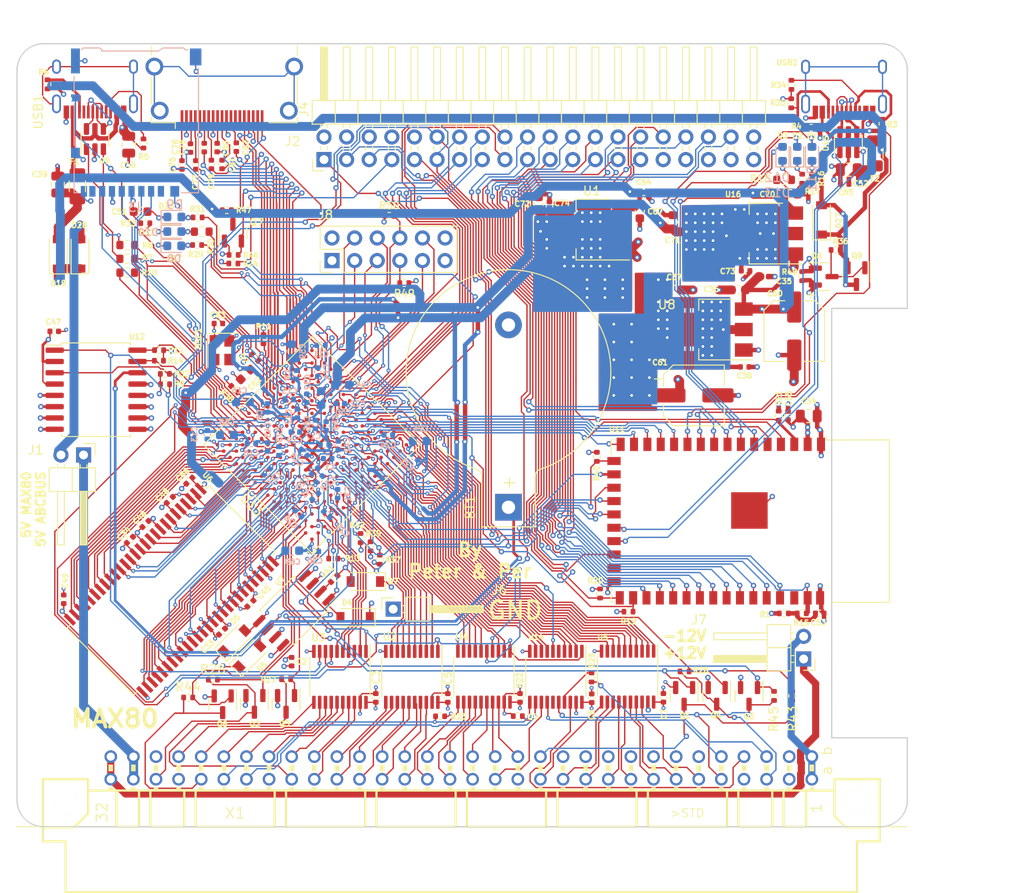
<source format=kicad_pcb>
(kicad_pcb (version 20221018) (generator pcbnew)

  (general
    (thickness 1.6)
  )

  (paper "A4")
  (title_block
    (title "MAX80")
    (date "2022-03-21")
    (rev "1.01")
    (company "No name")
  )

  (layers
    (0 "F.Cu" signal)
    (1 "In1.Cu" power)
    (2 "In2.Cu" signal)
    (31 "B.Cu" signal)
    (32 "B.Adhes" user "B.Adhesive")
    (33 "F.Adhes" user "F.Adhesive")
    (34 "B.Paste" user)
    (35 "F.Paste" user)
    (36 "B.SilkS" user "B.Silkscreen")
    (37 "F.SilkS" user "F.Silkscreen")
    (38 "B.Mask" user)
    (39 "F.Mask" user)
    (40 "Dwgs.User" user "User.Drawings")
    (41 "Cmts.User" user "User.Comments")
    (42 "Eco1.User" user "User.Eco1")
    (43 "Eco2.User" user "User.Eco2")
    (44 "Edge.Cuts" user)
    (45 "Margin" user)
    (46 "B.CrtYd" user "B.Courtyard")
    (47 "F.CrtYd" user "F.Courtyard")
    (48 "B.Fab" user)
    (49 "F.Fab" user)
  )

  (setup
    (stackup
      (layer "F.SilkS" (type "Top Silk Screen"))
      (layer "F.Paste" (type "Top Solder Paste"))
      (layer "F.Mask" (type "Top Solder Mask") (thickness 0.01))
      (layer "F.Cu" (type "copper") (thickness 0.035))
      (layer "dielectric 1" (type "core") (thickness 0.48) (material "FR4") (epsilon_r 4.5) (loss_tangent 0.02))
      (layer "In1.Cu" (type "copper") (thickness 0.035))
      (layer "dielectric 2" (type "prepreg") (thickness 0.48) (material "FR4") (epsilon_r 4.5) (loss_tangent 0.02))
      (layer "In2.Cu" (type "copper") (thickness 0.035))
      (layer "dielectric 3" (type "core") (thickness 0.48) (material "FR4") (epsilon_r 4.5) (loss_tangent 0.02))
      (layer "B.Cu" (type "copper") (thickness 0.035))
      (layer "B.Mask" (type "Bottom Solder Mask") (thickness 0.01))
      (layer "B.Paste" (type "Bottom Solder Paste"))
      (layer "B.SilkS" (type "Bottom Silk Screen"))
      (copper_finish "None")
      (dielectric_constraints no)
    )
    (pad_to_mask_clearance 0)
    (grid_origin 132.45 85.75)
    (pcbplotparams
      (layerselection 0x00010fc_ffffffff)
      (plot_on_all_layers_selection 0x0000000_00000000)
      (disableapertmacros false)
      (usegerberextensions false)
      (usegerberattributes true)
      (usegerberadvancedattributes true)
      (creategerberjobfile true)
      (dashed_line_dash_ratio 12.000000)
      (dashed_line_gap_ratio 3.000000)
      (svgprecision 6)
      (plotframeref false)
      (viasonmask false)
      (mode 1)
      (useauxorigin false)
      (hpglpennumber 1)
      (hpglpenspeed 20)
      (hpglpendiameter 15.000000)
      (dxfpolygonmode true)
      (dxfimperialunits true)
      (dxfusepcbnewfont true)
      (psnegative false)
      (psa4output false)
      (plotreference true)
      (plotvalue true)
      (plotinvisibletext false)
      (sketchpadsonfab false)
      (subtractmaskfromsilk false)
      (outputformat 1)
      (mirror false)
      (drillshape 0)
      (scaleselection 1)
      (outputdirectory "max80_gerber101")
    )
  )

  (net 0 "")
  (net 1 "GND")
  (net 2 "+5V")
  (net 3 "Net-(R5-Pad2)")
  (net 4 "Net-(R6-Pad2)")
  (net 5 "Net-(U9-Pad4)")
  (net 6 "Net-(U9-Pad6)")
  (net 7 "unconnected-(J2-Pad13)")
  (net 8 "Net-(BT1-Pad1)")
  (net 9 "/A4")
  (net 10 "/A3")
  (net 11 "/A2")
  (net 12 "/A1")
  (net 13 "/A0")
  (net 14 "/IO0")
  (net 15 "/IO3")
  (net 16 "/IO4")
  (net 17 "/IO5")
  (net 18 "/IO6")
  (net 19 "/IO7")
  (net 20 "/A11")
  (net 21 "/IO9")
  (net 22 "/A8")
  (net 23 "/A7")
  (net 24 "/A6")
  (net 25 "/A5")
  (net 26 "/A9")
  (net 27 "/A10")
  (net 28 "/A12")
  (net 29 "/IO8")
  (net 30 "/IO10")
  (net 31 "/IO11")
  (net 32 "/IO12")
  (net 33 "/IO13")
  (net 34 "/IO14")
  (net 35 "/IO15")
  (net 36 "/abc80bus/D7")
  (net 37 "/abc80bus/D6")
  (net 38 "/abc80bus/D5")
  (net 39 "/abc80bus/D4")
  (net 40 "/abc80bus/D3")
  (net 41 "/abc80bus/D2")
  (net 42 "/abc80bus/D1")
  (net 43 "/abc80bus/D0")
  (net 44 "/abc80bus/A8")
  (net 45 "/abc80bus/A9")
  (net 46 "/abc80bus/A10")
  (net 47 "/abc80bus/A11")
  (net 48 "/abc80bus/A12")
  (net 49 "/abc80bus/A13")
  (net 50 "/abc80bus/A14")
  (net 51 "/abc80bus/A15")
  (net 52 "/abc80bus/A7")
  (net 53 "/abc80bus/A6")
  (net 54 "/abc80bus/A5")
  (net 55 "/abc80bus/A4")
  (net 56 "/abc80bus/A3")
  (net 57 "/abc80bus/A2")
  (net 58 "/abc80bus/A1")
  (net 59 "/abc80bus/A0")
  (net 60 "/IO1")
  (net 61 "/IO2")
  (net 62 "/32KHZ")
  (net 63 "/RTC_INT")
  (net 64 "/abc80bus/ABC5V")
  (net 65 "/SD_DAT3")
  (net 66 "/SD_CMD")
  (net 67 "/SD_CLK")
  (net 68 "/SD_DAT0")
  (net 69 "FPGA_TDI")
  (net 70 "FPGA_TMS")
  (net 71 "FPGA_TDO")
  (net 72 "FPGA_TCK")
  (net 73 "ABC_CLK_5")
  (net 74 "/FPGA_SCL")
  (net 75 "/FPGA_SDA")
  (net 76 "FPGA_SPI_CLK")
  (net 77 "FGPA_SPI_CS_ESP32")
  (net 78 "INT_ESP32")
  (net 79 "Net-(C53-Pad1)")
  (net 80 "ESP32_TDO")
  (net 81 "ESP32_TCK")
  (net 82 "ESP32_TMS")
  (net 83 "ESP32_IO0")
  (net 84 "ESP32_RXD")
  (net 85 "ESP32_TXD")
  (net 86 "ESP32_EN")
  (net 87 "Net-(R3-Pad2)")
  (net 88 "/ESP32/USB_D-")
  (net 89 "/ESP32/USB_D+")
  (net 90 "ESP32_TDI")
  (net 91 "Net-(U15-Pad6)")
  (net 92 "Net-(U15-Pad4)")
  (net 93 "unconnected-(J2-Pad14)")
  (net 94 "Net-(D1-Pad2)")
  (net 95 "Net-(D1-Pad1)")
  (net 96 "ESP32_SCL")
  (net 97 "ESP32_SDA")
  (net 98 "ESP32_CS2")
  (net 99 "ESP32_CS0")
  (net 100 "ESP32_MISO")
  (net 101 "ESP32_SCK")
  (net 102 "ESP32_MOSI")
  (net 103 "ESP32_CS1")
  (net 104 "/abc80bus/~{CS}")
  (net 105 "/abc80bus/~{C4}")
  (net 106 "/abc80bus/~{C3}")
  (net 107 "/abc80bus/~{C2}")
  (net 108 "/abc80bus/~{C1}")
  (net 109 "/abc80bus/~{OUT}")
  (net 110 "/abc80bus/~{RST}")
  (net 111 "/abc80bus/~{XMEMFL}")
  (net 112 "/abc80bus/~{INP}")
  (net 113 "/abc80bus/~{STATUS}")
  (net 114 "/abc80bus/~{XINPSTB}")
  (net 115 "/abc80bus/~{XOUTSTB}")
  (net 116 "AD0")
  (net 117 "AD1")
  (net 118 "AD2")
  (net 119 "AD3")
  (net 120 "AD4")
  (net 121 "AD5")
  (net 122 "AD6")
  (net 123 "AD7")
  (net 124 "/abc80bus/~{RESIN}")
  (net 125 "/FPGA_LED1")
  (net 126 "/FPGA_LED2")
  (net 127 "/FPGA_LED3")
  (net 128 "Net-(D17-Pad2)")
  (net 129 "Net-(D23-Pad2)")
  (net 130 "FPGA_GPIO3")
  (net 131 "FPGA_GPIO2")
  (net 132 "FPGA_GPIO1")
  (net 133 "FPGA_GPIO0")
  (net 134 "FPGA_GPIO5")
  (net 135 "FPGA_GPIO4")
  (net 136 "/abc80bus/READY")
  (net 137 "/abc80bus/~{NMI}")
  (net 138 "~{FPGA_READY}")
  (net 139 "FPGA_NMI")
  (net 140 "FPGA_RESIN")
  (net 141 "/DQMH")
  (net 142 "/CLK")
  (net 143 "/BA1")
  (net 144 "/BA0")
  (net 145 "/DQML")
  (net 146 "Net-(D28-Pad2)")
  (net 147 "Net-(F1-Pad2)")
  (net 148 "/WE#")
  (net 149 "/CAS#")
  (net 150 "/RAS#")
  (net 151 "/CS#")
  (net 152 "+3V3")
  (net 153 "+2V5")
  (net 154 "+1V2")
  (net 155 "Net-(R13-Pad1)")
  (net 156 "Net-(R37-Pad2)")
  (net 157 "Net-(R38-Pad2)")
  (net 158 "Net-(R41-Pad2)")
  (net 159 "DATA0")
  (net 160 "~{CS_ABC_3V3}")
  (net 161 "~{OUT_ABC_3V3}")
  (net 162 "AD8")
  (net 163 "~{C1_ABC_3V3}")
  (net 164 "AD9")
  (net 165 "~{C2_ABC_3V3}")
  (net 166 "AD10")
  (net 167 "~{C3_ABC_3V3}")
  (net 168 "~{C4_ABC_3V3}")
  (net 169 "AD11")
  (net 170 "AD12")
  (net 171 "AD13")
  (net 172 "AD14")
  (net 173 "AD15")
  (net 174 "DLCK")
  (net 175 "ASD0")
  (net 176 "nCE0")
  (net 177 "~{INP_ABC_3V3}")
  (net 178 "~{STATUS_ABC_3V3}")
  (net 179 "DD0")
  (net 180 "DD1")
  (net 181 "DD2")
  (net 182 "DD3")
  (net 183 "DD4")
  (net 184 "DD5")
  (net 185 "DD6")
  (net 186 "DD7")
  (net 187 "DD8")
  (net 188 "~{XOUTSTB_ABC_3V3}")
  (net 189 "~{RST_ABC_3V3}")
  (net 190 "~{XMEMFL_ABC_3V3}")
  (net 191 "~{XINPSTB_ABC_3V3}")
  (net 192 "ABC_CLK_3V3")
  (net 193 "FPGA_SPI_MOSI")
  (net 194 "FPGA_SPI_MISO")
  (net 195 "CLK0n")
  (net 196 "HDMI_CK-")
  (net 197 "HDMI_D0+")
  (net 198 "HDMI_D1-")
  (net 199 "HDMI_D2+")
  (net 200 "HDMI_CK+")
  (net 201 "HDMI_D0-")
  (net 202 "HDMI_D1+")
  (net 203 "HDMI_D2-")
  (net 204 "HDMI_SDA")
  (net 205 "HDMI_HPD")
  (net 206 "HDMI_SCL")
  (net 207 "FPGA_JTAGEN")
  (net 208 "FLASH_CS#")
  (net 209 "/abc80bus/~{INT}")
  (net 210 "/abc80bus/~{XMEMW800}")
  (net 211 "/abc80bus/~{XMEMW80}")
  (net 212 "INT_ABC_3V3")
  (net 213 "INT800_ABC_3V3")
  (net 214 "~{XMEMW80_ABC_3V3}")
  (net 215 "~{XMEMW800_ABC_3V3}")
  (net 216 "/abc80bus/~{XM}")
  (net 217 "XM_ABC_3V3")
  (net 218 "Net-(R25-Pad2)")
  (net 219 "AD16")
  (net 220 "/abc80bus/ABC_-12V")
  (net 221 "/abc80bus/ABC_12V")
  (net 222 "Net-(C75-Pad1)")
  (net 223 "Net-(C76-Pad1)")
  (net 224 "Net-(C77-Pad1)")
  (net 225 "Net-(C78-Pad1)")
  (net 226 "Net-(C79-Pad1)")
  (net 227 "Net-(C80-Pad1)")
  (net 228 "Net-(C81-Pad1)")
  (net 229 "Net-(C82-Pad1)")
  (net 230 "EXT_HG")
  (net 231 "EXT_HB")
  (net 232 "EXT_HE")
  (net 233 "EXT_HC")
  (net 234 "EXT_HA")
  (net 235 "EXT_HF")
  (net 236 "EXT_HH")
  (net 237 "EXT_HD")
  (net 238 "unconnected-(J2-PadSH)")
  (net 239 "unconnected-(J3-Pad1)")
  (net 240 "unconnected-(J3-Pad8)")
  (net 241 "unconnected-(J4-Pad6)")
  (net 242 "unconnected-(J4-Pad8)")
  (net 243 "unconnected-(J4-Pad40)")
  (net 244 "unconnected-(U6-Pad40)")
  (net 245 "unconnected-(U11-Pad40)")
  (net 246 "unconnected-(U13-PadC3)")
  (net 247 "unconnected-(U13-PadF13)")
  (net 248 "unconnected-(U13-PadJ12)")
  (net 249 "unconnected-(U13-PadJ13)")
  (net 250 "unconnected-(U13-PadJ14)")
  (net 251 "unconnected-(U13-PadK6)")
  (net 252 "unconnected-(U13-PadK9)")
  (net 253 "unconnected-(U13-PadK12)")
  (net 254 "unconnected-(U13-PadL6)")
  (net 255 "unconnected-(U13-PadL9)")
  (net 256 "unconnected-(U13-PadL11)")
  (net 257 "unconnected-(U13-PadL14)")
  (net 258 "unconnected-(U13-PadN14)")
  (net 259 "unconnected-(U13-PadP11)")
  (net 260 "unconnected-(U13-PadP15)")
  (net 261 "unconnected-(U14-Pad5)")
  (net 262 "unconnected-(U14-Pad15)")
  (net 263 "unconnected-(USB1-Pad3)")
  (net 264 "unconnected-(USB1-Pad9)")
  (net 265 "unconnected-(USB1-Pad13)")
  (net 266 "unconnected-(USB2-Pad3)")
  (net 267 "unconnected-(USB2-Pad9)")
  (net 268 "unconnected-(USB2-Pad13)")
  (net 269 "unconnected-(X1-PadA14)")
  (net 270 "unconnected-(X1-PadA25)")
  (net 271 "unconnected-(X1-PadA29)")
  (net 272 "unconnected-(X1-PadB6)")
  (net 273 "unconnected-(X1-PadB7)")
  (net 274 "unconnected-(X1-PadB8)")
  (net 275 "Net-(J2-Pad19)")
  (net 276 "unconnected-(X1-PadB9)")
  (net 277 "unconnected-(X1-PadB10)")
  (net 278 "/~{SD_DETECT}")
  (net 279 "unconnected-(X1-PadB11)")
  (net 280 "unconnected-(X1-PadB12)")
  (net 281 "unconnected-(X1-PadB30)")
  (net 282 "Net-(R7-Pad2)")
  (net 283 "/FPGA_USB_DS_DP")
  (net 284 "Net-(R8-Pad2)")
  (net 285 "/FPGA_USB_DS_DN")
  (net 286 "/FPGA_USB_PU")
  (net 287 "Net-(D27-Pad2)")
  (net 288 "Net-(Q8-Pad3)")
  (net 289 "USB_PWR_EN")
  (net 290 "~{USB_PWR_SINK}")
  (net 291 "Net-(R35-Pad2)")
  (net 292 "+5VA")
  (net 293 "Net-(D13-Pad2)")
  (net 294 "Net-(D13-Pad1)")
  (net 295 "Net-(D12-Pad2)")
  (net 296 "Net-(D12-Pad1)")
  (net 297 "Net-(D10-Pad2)")
  (net 298 "Net-(C39-Pad1)")
  (net 299 "unconnected-(U11-Pad25)")

  (footprint "Capacitor_SMD:C_0402_1005Metric" (layer "F.Cu") (at 110.22 102.91 90))

  (footprint "Capacitor_SMD:C_0402_1005Metric" (layer "F.Cu") (at 109.15 72.8))

  (footprint "Resistor_SMD:R_0402_1005Metric" (layer "F.Cu") (at 161.22 116.04 180))

  (footprint "Resistor_SMD:R_0402_1005Metric" (layer "F.Cu") (at 152.49 116.06))

  (footprint "max80:ESP32-S2-WROVER" (layer "F.Cu") (at 183.4961 94.1236 -90))

  (footprint "Capacitor_SMD:CP_Elec_6.3x7.7" (layer "F.Cu") (at 192.27 72.77 -90))

  (footprint "Capacitor_SMD:CP_Elec_6.3x7.7" (layer "F.Cu") (at 181 80))

  (footprint "LED_SMD:LED_0603_1608Metric" (layer "F.Cu") (at 122.64 63.1948))

  (footprint "LED_SMD:LED_0603_1608Metric" (layer "F.Cu") (at 122.64 61.58))

  (footprint "LED_SMD:LED_0603_1608Metric" (layer "F.Cu") (at 122.64 59.9436))

  (footprint "Resistor_SMD:R_0402_1005Metric" (layer "F.Cu") (at 125.2 63.1))

  (footprint "Resistor_SMD:R_0603_1608Metric" (layer "F.Cu") (at 125.719 61.6))

  (footprint "Resistor_SMD:R_0402_1005Metric" (layer "F.Cu") (at 125.25 60))

  (footprint "Package_TO_SOT_SMD:SOT-23" (layer "F.Cu") (at 183.5548 113.77 -90))

  (footprint "Resistor_SMD:R_0402_1005Metric" (layer "F.Cu") (at 120.93 74.92))

  (footprint "Resistor_SMD:R_0402_1005Metric" (layer "F.Cu") (at 120.91 76.1 180))

  (footprint "Capacitor_SMD:C_0603_1608Metric" (layer "F.Cu") (at 118.85 59.35))

  (footprint "Package_TO_SOT_SMD:SOT-23" (layer "F.Cu") (at 131.633 114.667 -90))

  (footprint "Package_TO_SOT_SMD:SOT-23" (layer "F.Cu") (at 135.189 114.667 -90))

  (footprint "max80:Fuse_1206_3216Metric" (layer "F.Cu") (at 111.75 56.5 90))

  (footprint "max80:Fuse_1206_3216Metric" (layer "F.Cu") (at 201.335 52.805 90))

  (footprint "Oscillator:Oscillator_SMD_Abracon_ASE-4Pin_3.2x2.5mm" (layer "F.Cu") (at 127.98 74.92 -90))

  (footprint "max80:HRO-TYPE-C-31-M-12" (layer "F.Cu") (at 197.8611 40.4736 180))

  (footprint "Capacitor_SMD:C_0805_2012Metric" (layer "F.Cu") (at 193.8961 82.3236))

  (footprint "Resistor_SMD:R_0402_1005Metric" (layer "F.Cu") (at 194.1711 49.9186 180))

  (footprint "Resistor_SMD:R_0402_1005Metric" (layer "F.Cu") (at 193.1111 104.4936))

  (footprint "Capacitor_SMD:C_0805_2012Metric" (layer "F.Cu") (at 198.395 54.635 180))

  (footprint "Capacitor_SMD:C_0402_1005Metric" (layer "F.Cu") (at 191.5711 82.2636 90))

  (footprint "Resistor_SMD:R_0402_1005Metric" (layer "F.Cu") (at 202.1811 49.4736 90))

  (footprint "Resistor_SMD:R_0402_1005Metric" (layer "F.Cu") (at 119.175 51.69 90))

  (footprint "Resistor_SMD:R_0402_1005Metric" (layer "F.Cu") (at 108.3911 45.0436 90))

  (footprint "Package_TO_SOT_SMD:SOT-23-6" (layer "F.Cu") (at 198.345 51.54 90))

  (footprint "Capacitor_SMD:C_0805_2012Metric" (layer "F.Cu") (at 109.55 56.3 90))

  (footprint "Capacitor_SMD:C_0805_2012Metric" (layer "F.Cu") (at 117.5111 51.8236 90))

  (footprint "Package_TO_SOT_SMD:SOT-23-6" (layer "F.Cu") (at 113.7211 51.1936 90))

  (footprint "Capacitor_SMD:C_0402_1005Metric" (layer "F.Cu") (at 195.1311 104.4836))

  (footprint "LED_SMD:LED_0603_1608Metric" (layer "F.Cu") (at 190.95 52.85 90))

  (footprint "Resistor_SMD:R_0402_1005Metric" (layer "F.Cu") (at 193.156 55.65 -90))

  (footprint "Resistor_SMD:R_0603_1608Metric" (layer "F.Cu") (at 191.124 55.778 180))

  (footprint "Resistor_SMD:R_0402_1005Metric" (layer "F.Cu") (at 173.65 104.3))

  (footprint "Resistor_SMD:R_0402_1005Metric" (layer "F.Cu") (at 170.46 102.26 -90))

  (footprint "Resistor_SMD:R_0402_1005Metric" (layer "F.Cu") (at 194.25 55.65 -90))

  (footprint "Resistor_SMD:R_0402_1005Metric" (layer "F.Cu") (at 190.5211 82.2736 -90))

  (footprint "Diode_SMD:D_SOD-123" (layer "F.Cu") (at 109.6 64.1 90))

  (footprint "Diode_SMD:D_SOD-123" (layer "F.Cu") (at 195.325 60.275 90))

  (footprint "Connector_PinHeader_2.54mm:PinHeader_1x02_P2.54mm_Horizontal" (layer "F.Cu")
    (tstamp 00000000-0000-0000-0000-00006032d4aa)
    (at 112.445 86.695 -90)
    (descr "Through hole angled pin header, 1x02, 2.54mm pitch, 6mm pin length, single row")
    (tags "Through hole angled pin header THT 1x02 2.54mm single row")
    (property "Sheetfile" "abc80bus.kicad_sch")
    (property "Sheetname" "abc80bus")
    (path "/00000000-0000-0000-0000-00006013b380/00000000-0000-0000-0000-0000603fb6a3")
    (attr through_hole)
    (fp_text reference "J1" (at -0.573 5.365 180) (layer "F.SilkS")
        (effects (font (size 1 1) (thickness 0.15)))
      (tstamp 4ec161eb-ee2e-4a00-86be-e45d4416db9d)
    )
    (fp_text value "Conn_01x02_Male" (at 4.385 4.81 90) (layer "F.Fab")
        (effects (font (size 1 1) (thickness 0.15)))
      (tstamp e3e053b2-e8ba-485a-b0cb-f8d8bd85f7c2)
    )
    (fp_text user "${REFERENCE}" (at 2.77 1.27) (layer "F.Fab")
        (effects (font (size 1 1) (thickness 0.15)))
      (tstamp 3fe8fb23-de15-4bbf-977a-51555d1947fe)
    )
    (fp_line (start -1.27 -1.27) (end 0 -1.27)
      (stroke (width 0.12) (type solid)) (layer "F.SilkS") (tstamp 3d0ecf73-51ba-450a-963f-14d91e61e79d))
    (fp_line (start -1.27 0) (end -1.27 -1.27)
      (stroke (width 0.12) (type solid)) (layer "F.SilkS") (tstamp ab102b24-3ea4-4f0e-bc57-d91b32a56cfc))
    (fp_line (start 1.042929 2.16) (end 1.44 2.16)
      (stroke (width 0.12) (type solid)) (layer "F.SilkS") (tstamp ee809bf8-96dd-4fb7-a693-892e7587c616))
    (fp_line (start 1.042929 2.92) (end 1.44 2.92)
      (stroke (width 0.12) (type solid)) (layer "F.SilkS") (tstamp e2b8a789-7261-40dc-8f1e-4fefc45aa8ae))
    (fp_line (start 1.11 -0.38) (end 1.44 -0.38)
      (stroke (width 0.12) (type solid)) (layer "F.SilkS") (tstamp c2de5afb-5a9b-4450-95ab-d649e7e493da))
    (fp_line (start 1.11 0.38) (end 1.44 0.38)
      (stroke (width 0.12) (type solid)) (layer "F.SilkS") (tstamp 17636213-5287-4fbc-89e0-741da3da11d6))
    (fp_line (start 1.44 -1.33) (end 1.44 3.87)
      (stroke (width 0.12) (type solid)) (layer "F.SilkS") (tstamp ff7ba6e1-b7ab-479e-aad5-4555062856a7))
    (fp_line (start 1.44 1.27) (end 4.1 1.27)
      (stroke (width 0.12) (type solid)) (layer "F.SilkS") (tstamp c7768f67-1b92-4459-9dad-8a9f4fbb5bcb))
    (fp_line (start 1.44 3.87) (end 4.1 3.87)
      (stroke (width 0.12) (type solid)) (layer "F.SilkS") (tstamp 644070b6-5573-4690-858e-304c0bc7e41a))
    (fp_line (start 4.1 -1.33) (end 1.44 -1.33)
      (stroke (width 0.12) (type solid)) (layer "F.SilkS") (tstamp 02e91db3-f8f6-4103-b05b-487634fb8ab4))
    (fp_line (start 4.1 -0.38) (end 10.1 -0.38)
      (stroke (width 0.12) (type solid)) (layer "F.SilkS") (tstamp 81d831f8-d99d-45a4-88d3-e0e0c7ed1384))
    (fp_line (start 4.1 -0.32) (end 10.1 -0.32)
      (stroke (width 0.12) (type solid)) (layer "F.SilkS") (tstamp b62fa410-049b-469a-88c6-db50bdeef84e))
    (fp_line (start 4.1 -0.2) (end 10.1 -0.2)
      (stroke (width 0.12) (type solid)) (layer "F.SilkS") (tstamp 893abb9d-32bd-4f7b-9c40-c8bc545f9c2e))
    (fp_line (start 4.1 -0.08) (end 10.1 -0.08)
      (stroke (width 0.12) (type solid)) (layer "F.SilkS") (tstamp c89d60d8-be24-4531-bd8e-f0c92cdb21b5))
    (fp_line (start 4.1 0.04) (end 10.1 0.04)
      (stroke (width 0.12) (type solid)) (layer "F.SilkS") (tstamp 15d30172-7b84-4c0f-853a-42d9a4292a46))
    (fp_line (start 4.1 0.16) (end 10.1 0.16)
      (stroke (width 0.12) (type solid)) (layer "F.SilkS") (tstamp 98db2e46-e437-4c45-8968-c8978e09a960))
    (fp_line (start 4.1 0.28) (end 10.1 0.28)
      (stroke (width 0.12) (type solid)) (layer "F.SilkS") (tstamp c0874fbc-bb5a-4205-bc96-0266b0bb7d2c))
    (fp_line (start 4.1 2.16) (end 10.1 2.16)
      (stroke (width 0.12) (type solid)) (layer "F.SilkS") (tstamp bce8f7ea-3e51-4508-8937-5919730fabc9))
    (fp_line (start 4.1 3.87) (end 4.1 -1.33)
      (stroke (width 0.12) (type solid)) (layer "F.SilkS") (tstamp 0b040693-aa14-483a-bc96-662cee159fd6))
    (fp_line (start 10.1 -0.38) (end 10.1 0.38)
      (stroke (width 0.12) (type solid)) (layer "F.SilkS") (tstamp 8e610807-1077-4f01-9e99-330baa4374e3))
    (fp_line (start 10.1 0.38) (end 4.1 0.38)
      (stroke (width 0.12) (type solid)) (layer "F.SilkS") (tstamp dd393cbc-8e5f-48c8-a0df-944c1d88a113))
    (fp_line (start 10.1 2.16) (end 10.1 2.92)
      (stroke (width 0.12) (type solid)) (layer "F.SilkS") (tstamp 692e3803-a910-4a13-8d1b-59d4b95f907a))
    (fp_line (start 10.1 2.92) (end 4.1 2.92)
      (stroke (width 0.12) (type solid)) (layer "F.SilkS") (tstamp 0acad09a-acd7-4d7c-ac43-aca4655f0157))
    (fp_line (start -1.8 -1.8) (end -1.8 4.35)
      (stroke (width 0.05) (type solid)) (layer "F.CrtYd") (tstamp 34b12fe5-d4ab-4493-ae64-2afaaedb1791))
    (fp_line (start -1.8 4.35) (end 10.55 4.35)
      (stroke (width 0.05) (type solid)) (layer "F.CrtYd") (tstamp 0f1611c0-bf39-4639-a3be-0a1960b2bde1))
    (fp_line (start 10.55 -1.8) (end -1.8 -1.8)
      (stroke (width 0.05) (type solid)) (layer "F.CrtYd") (tstamp 4736c7a3-7b5f-4f39-bb52-03d571b7356b))
    (fp_line (start 10.55 4.35) (end 10.55 -1.8)
      (stroke (width 0.05) (type solid)) (layer "F.CrtYd") (tstamp fd04f022-ed2c-4195-8d27-d6450852ea54))
    (fp_line (start -0.32 -0.32) (end -0.32 0.32)
      (stroke (width 0.1) (type solid)) (layer "F.Fab") (tstamp de4a9b15-34c3-4e58-8cec-070ce361621a))
    (fp_line (start -0.32 -0.32) (end 1.5 -0.32)
      (stroke (width 0.1) (type solid)) (layer "F.Fab") (tstamp a6d02439-77ec-4d92-9416-6d07022c9069))
    (fp_line (start -0.32 0.32) (end 1.5 0.32)
      (stroke (width 0.1) (type solid)) (layer "F.Fab") (tstamp de146029-219a-4954-9a0a-cf5a3778dd76))
    (fp_line (start -0.32 2.22) (end -0.32 2.86)
      (stroke (width 0.1) (type solid)) (layer "F.Fab") (tstamp b3229803-7f43-4013-b3a2-76c8f8b158bd))
    (fp_line (start -0.32 2.22) (end 1.5 2.22)
      (stroke (width 0.1) (type solid)) (layer "F.Fab") (tstamp 3d6a4660-3cf3-4c8f-a193-ae50fde02fbf))
    (fp_line (start -0.32 2.86) (end 1.5 2.86)
      (stroke (width 0.1) (type solid)) (layer "F.Fab") (tstamp 03276c88-5fe8-4350-ae7f-5ecc5318249d))
    (fp_line (start 1.5 -0.635) (end 2.135 -1.27)
      (stroke (width 0.1) (type solid)) (layer "F.Fab") (tstamp b7220460-d1c7-46ae-a578-b9b3da82df7a))
    (fp_line (start 1.5 3.81) (end 1.5 -0.635)
      (stroke (width 0.1) (type solid)) (layer "F.Fab") (tstamp b54f11d2-57e0-4e3b-a8c4-c06dbd96a407))
    (fp_line (start 2.135 -1.27) (end 4.04 -1.27)
      (stroke (width 0.1) (type solid)) (layer "F.Fab") (tstamp 2c98221d-999a-46f6-a4a5-c016a71fdc6c))
    (fp_line (start 4.04 -1.27) (end 4.04 3.81)
      (stroke (width 0.1) (type solid)) (layer "F.Fab") (tstamp 967ce7a5-b3c9-4260-bfdd-8830cecc2ced))
    (fp_line (start 4.04 -0.32) (end 10.04 -0.32)
      (stroke (width 0.1) (type solid)) (layer "F.Fab") (tstamp 74fe9eee-9400-4dee-9b90-246c18420382))
    (fp_line (start 4.04 0.32) (end 10.04 0.32)
      (stroke (width 0.1) (type solid)) (layer "F.Fab") (tstamp 74425ddf-3987-4f35-9f85-3ee2d66d824f))
    (fp_line (start 4.04 2.22) (end 10.04 2.22)
      (stroke (width 0.1) (type solid)) (layer "F.Fab") (tstamp 93ccd44b-970e-4747-b307-d8b448b349ec))
    (fp_line (start 4.04 2.86) (end 10.04 2.86)
      (stroke (width 0.1) (type solid)) (layer "F.Fab") (tstamp 1cd3c41f-c004-4446-85a1-e2854242bd1d))
    (fp_line (start 4.04 3.81) (end 1.5 3.81)
      (stroke (width 0.1) (type solid)) (layer "F.Fab") (tstamp 939ee577-04d8-4f4a-8e09-fd095543f97d))
    (fp_line (start 10.04 -0.32) (end 10.04 0.32)
      (stroke (width 0.1) (type solid)) (layer "F.Fab") (tstamp c8ac4b68-d2fb-4be3-b5e9-801a69590b5f))
    (fp_line (start 10.04 2.22) (end 10.04 2.86)
      (stroke (width 0.1) (type solid)) (layer "F.Fab") (tstamp 1486ff34-2753-42d3-92b0-10a28b3c2ca7))
    (pad "1" thru_hole rect (at 0 0 270) (size 1.7 1.7) (drill 1) (layers "*.Cu" "*.Mask")
      (net 64 "/abc80bus/ABC5V") (pinfunction "Pin_1") (pintype "passive+
... [4473009 chars truncated]
</source>
